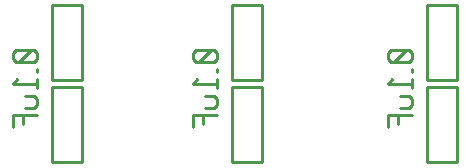
<source format=gbr>
G04 start of page 9 for group -4078 idx -4078 *
G04 Title: (unknown), bottomsilk *
G04 Creator: pcb 20140316 *
G04 CreationDate: Fri 19 May 2017 10:14:56 PM GMT UTC *
G04 For: thomasc *
G04 Format: Gerber/RS-274X *
G04 PCB-Dimensions (mil): 2500.00 3000.00 *
G04 PCB-Coordinate-Origin: lower left *
%MOIN*%
%FSLAX25Y25*%
%LNBOTTOMSILK*%
%ADD68C,0.0100*%
G54D68*X181500Y225000D02*X182500Y224000D01*
X175500Y225000D02*X181500D01*
X175500D02*X174500Y224000D01*
Y222000D02*Y224000D01*
Y222000D02*X175500Y221000D01*
X181500D01*
X182500Y222000D02*X181500Y221000D01*
X182500Y222000D02*Y224000D01*
X180500Y225000D02*X176500Y221000D01*
X182500Y217600D02*Y218600D01*
X176100Y215200D02*X174500Y213600D01*
X182500D01*
Y212200D02*Y215200D01*
X178500Y209800D02*X181500D01*
X182500Y208800D01*
Y206800D02*Y208800D01*
Y206800D02*X181500Y205800D01*
X178500D02*X181500D01*
X174500Y203400D02*X182500D01*
X174500Y199400D02*Y203400D01*
X178100Y200400D02*Y203400D01*
X116500Y225000D02*X117500Y224000D01*
X110500Y225000D02*X116500D01*
X110500D02*X109500Y224000D01*
Y222000D02*Y224000D01*
Y222000D02*X110500Y221000D01*
X116500D01*
X117500Y222000D02*X116500Y221000D01*
X117500Y222000D02*Y224000D01*
X115500Y225000D02*X111500Y221000D01*
X117500Y217600D02*Y218600D01*
X111100Y215200D02*X109500Y213600D01*
X117500D01*
Y212200D02*Y215200D01*
X113500Y209800D02*X116500D01*
X117500Y208800D01*
Y206800D02*Y208800D01*
Y206800D02*X116500Y205800D01*
X113500D02*X116500D01*
X109500Y203400D02*X117500D01*
X109500Y199400D02*Y203400D01*
X113100Y200400D02*Y203400D01*
X56500Y225000D02*X57500Y224000D01*
X50500Y225000D02*X56500D01*
X50500D02*X49500Y224000D01*
Y222000D02*Y224000D01*
Y222000D02*X50500Y221000D01*
X56500D01*
X57500Y222000D02*X56500Y221000D01*
X57500Y222000D02*Y224000D01*
X55500Y225000D02*X51500Y221000D01*
X57500Y217600D02*Y218600D01*
X51100Y215200D02*X49500Y213600D01*
X57500D01*
Y212200D02*Y215200D01*
X53500Y209800D02*X56500D01*
X57500Y208800D01*
Y206800D02*Y208800D01*
Y206800D02*X56500Y205800D01*
X53500D02*X56500D01*
X49500Y203400D02*X57500D01*
X49500Y199400D02*Y203400D01*
X53100Y200400D02*Y203400D01*
X187500Y212500D02*Y187500D01*
X197500D01*
Y212500D02*Y187500D01*
X187500Y212500D02*X197500D01*
X122500Y240000D02*Y215000D01*
X132500D01*
Y240000D02*Y215000D01*
X122500Y240000D02*X132500D01*
X62500D02*Y215000D01*
X72500D01*
Y240000D02*Y215000D01*
X62500Y240000D02*X72500D01*
X187500D02*Y215000D01*
X197500D01*
Y240000D02*Y215000D01*
X187500Y240000D02*X197500D01*
X122500Y212500D02*Y187500D01*
X132500D01*
Y212500D02*Y187500D01*
X122500Y212500D02*X132500D01*
X62500D02*Y187500D01*
X72500D01*
Y212500D02*Y187500D01*
X62500Y212500D02*X72500D01*
M02*

</source>
